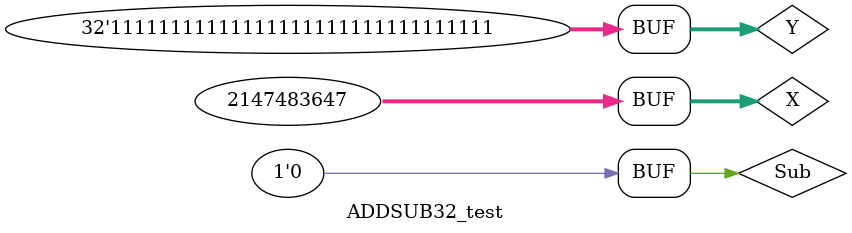
<source format=v>
`timescale 1ns / 1ps


module ADDSUB32_test;

	// Inputs
	reg [31:0] X;
	reg [31:0] Y;
	reg Sub;

	// Outputs
	wire [31:0] S;

	// Instantiate the Unit Under Test (UUT)
	ADDSUB_32 uut (
		.X(X), 
		.Y(Y), 
		.Sub(Sub), 
		.S(S)
	);

	initial begin
		// Initialize Inputs
		X = 0;
		Y = 0;
		Sub = 0;

		// Wait 100 ns for global reset to finish
		#100;
        
		// Add stimulus here
		        // Test case 1: Addition X + Y
        #10 X = 32'h00000010;  // 16
        Y = 32'h00000020;     // 32
        Sub = 0;              // Addition
        
        // Test case 2: Subtraction X - Y
        #10 X = 32'h00000020;  // 32
        Y = 32'h00000010;     // 16
        Sub = 1;              // Subtraction
        
        // Test case 3: Boundary condition test
        #10 X = 32'hFFFFFFFF; // -1 if signed
        Y = 32'h00000001;     // 1
        Sub = 1;              // Subtraction
        
        // Test case 4: More condition tests
        #10 X = 32'h7FFFFFFF; // Max positive integer
        Y = 32'h00000001;
        Sub = 0;              // Addition

        // Test case 5: Zero subtraction
        #10 X = 32'h00000000;
        Y = 32'h00000000;
        Sub = 1;              // Subtraction
        
        // Test case 6: Large number subtraction
        #10 X = 32'h80000000; // Large negative if signed
        Y = 32'h00000001;
        Sub = 1;              // Subtraction

        // Test case 7: Overflow condition
        #10 X = 32'h7FFFFFFF;
        Y = 32'hFFFFFFFF;
        Sub = 0;              // Addition

        // Finish test
        #10;

	end
      
endmodule


</source>
